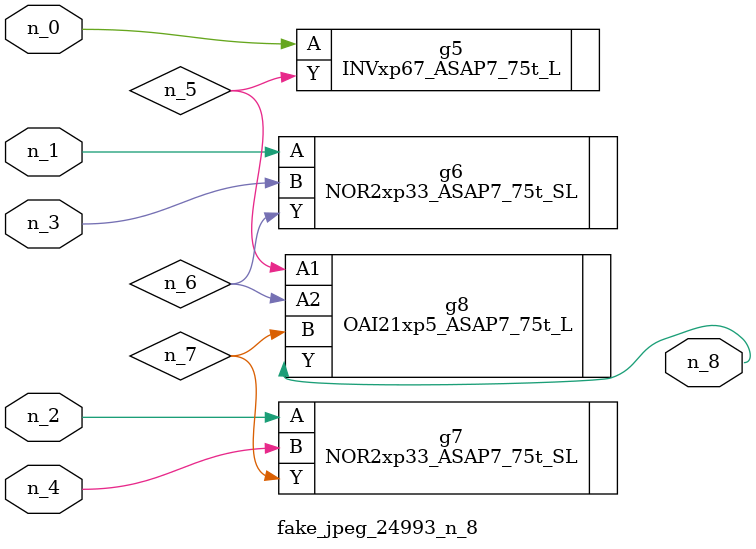
<source format=v>
module fake_jpeg_24993_n_8 (n_3, n_2, n_1, n_0, n_4, n_8);

input n_3;
input n_2;
input n_1;
input n_0;
input n_4;

output n_8;

wire n_6;
wire n_5;
wire n_7;

INVxp67_ASAP7_75t_L g5 ( 
.A(n_0),
.Y(n_5)
);

NOR2xp33_ASAP7_75t_SL g6 ( 
.A(n_1),
.B(n_3),
.Y(n_6)
);

NOR2xp33_ASAP7_75t_SL g7 ( 
.A(n_2),
.B(n_4),
.Y(n_7)
);

OAI21xp5_ASAP7_75t_L g8 ( 
.A1(n_5),
.A2(n_6),
.B(n_7),
.Y(n_8)
);


endmodule
</source>
